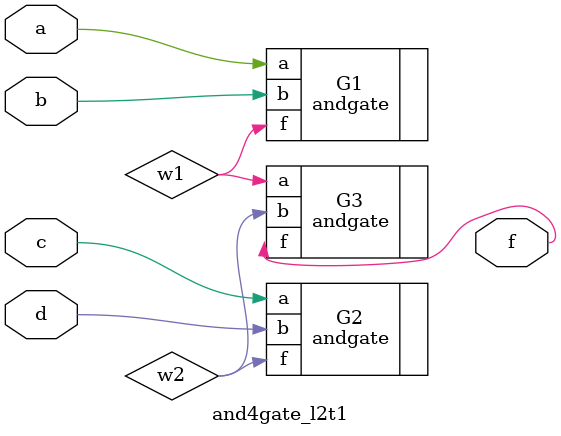
<source format=sv>
`timescale 1ns / 1ps


module and4gate_l2t1(

    input logic a,
    input logic b,
    input logic c,
    input logic d,
    output logic f
);

logic w1, w2;
andgate G1( .f(w1) , .a(a) , .b(b) );
andgate G2( .f(w2) , .a(c) , .b (d) );
andgate G3( .f(f) , .a(w1) , .b (w2) );

endmodule
</source>
